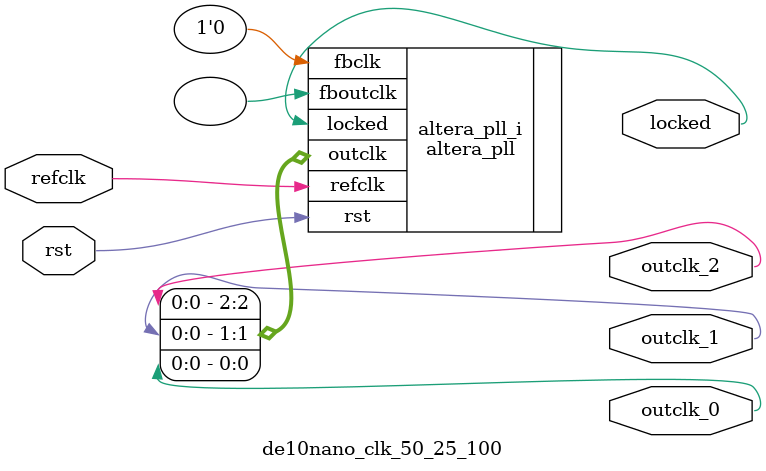
<source format=v>
`timescale 1ns/10ps

module  de10nano_clk_50_25_100(
	input refclk,
	input rst,
	output outclk_0,
	output outclk_1,
	output outclk_2,
	output locked
);

	altera_pll #(
		.fractional_vco_multiplier("true"),
		.reference_clock_frequency("50.0 MHz"),
		.operation_mode("direct"),
		.number_of_clocks(3),

		.output_clock_frequency0("50.000000 MHz"),
		.phase_shift0("0 ps"),
		.duty_cycle0(50),

		.output_clock_frequency1("25.000000 MHz"),
		.phase_shift1("0 ps"),
		.duty_cycle1(50),

		.output_clock_frequency2("100.000000 MHz"),
		.phase_shift2("0 ps"),
		.duty_cycle2(50),

		.output_clock_frequency3("0 MHz"),
		.phase_shift3("0 ps"),
		.duty_cycle3(50),
		.output_clock_frequency4("0 MHz"),
		.phase_shift4("0 ps"),
		.duty_cycle4(50),
		.output_clock_frequency5("0 MHz"),
		.phase_shift5("0 ps"),
		.duty_cycle5(50),
		.output_clock_frequency6("0 MHz"),
		.phase_shift6("0 ps"),
		.duty_cycle6(50),
		.output_clock_frequency7("0 MHz"),
		.phase_shift7("0 ps"),
		.duty_cycle7(50),
		.output_clock_frequency8("0 MHz"),
		.phase_shift8("0 ps"),
		.duty_cycle8(50),
		.output_clock_frequency9("0 MHz"),
		.phase_shift9("0 ps"),
		.duty_cycle9(50),
		.output_clock_frequency10("0 MHz"),
		.phase_shift10("0 ps"),
		.duty_cycle10(50),
		.output_clock_frequency11("0 MHz"),
		.phase_shift11("0 ps"),
		.duty_cycle11(50),
		.output_clock_frequency12("0 MHz"),
		.phase_shift12("0 ps"),
		.duty_cycle12(50),
		.output_clock_frequency13("0 MHz"),
		.phase_shift13("0 ps"),
		.duty_cycle13(50),
		.output_clock_frequency14("0 MHz"),
		.phase_shift14("0 ps"),
		.duty_cycle14(50),
		.output_clock_frequency15("0 MHz"),
		.phase_shift15("0 ps"),
		.duty_cycle15(50),
		.output_clock_frequency16("0 MHz"),
		.phase_shift16("0 ps"),
		.duty_cycle16(50),
		.output_clock_frequency17("0 MHz"),
		.phase_shift17("0 ps"),
		.duty_cycle17(50),
		.pll_type("General"),
		.pll_subtype("General")
	) altera_pll_i (
		.rst	(rst),
		.outclk	({outclk_2, outclk_1, outclk_0}),
		.locked	(locked),
		.fboutclk	( ),
		.fbclk	(1'b0),
		.refclk	(refclk)
	);
endmodule


</source>
